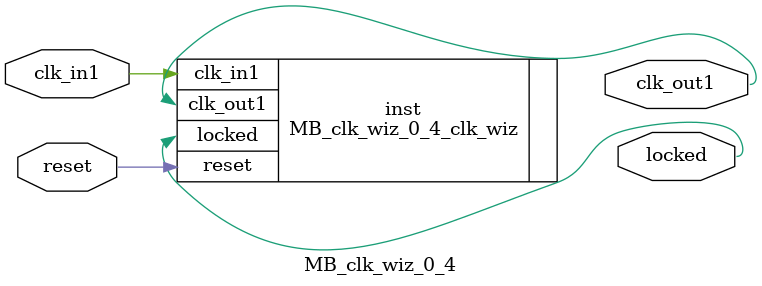
<source format=v>


`timescale 1ps/1ps

(* CORE_GENERATION_INFO = "MB_clk_wiz_0_4,clk_wiz_v6_0_14_0_0,{component_name=MB_clk_wiz_0_4,use_phase_alignment=true,use_min_o_jitter=false,use_max_i_jitter=false,use_dyn_phase_shift=false,use_inclk_switchover=false,use_dyn_reconfig=false,enable_axi=0,feedback_source=FDBK_AUTO,PRIMITIVE=MMCM,num_out_clk=1,clkin1_period=10.000,clkin2_period=10.000,use_power_down=false,use_reset=true,use_locked=true,use_inclk_stopped=false,feedback_type=SINGLE,CLOCK_MGR_TYPE=NA,manual_override=false}" *)

module MB_clk_wiz_0_4 
 (
  // Clock out ports
  output        clk_out1,
  // Status and control signals
  input         reset,
  output        locked,
 // Clock in ports
  input         clk_in1
 );

  MB_clk_wiz_0_4_clk_wiz inst
  (
  // Clock out ports  
  .clk_out1(clk_out1),
  // Status and control signals               
  .reset(reset), 
  .locked(locked),
 // Clock in ports
  .clk_in1(clk_in1)
  );

endmodule

</source>
